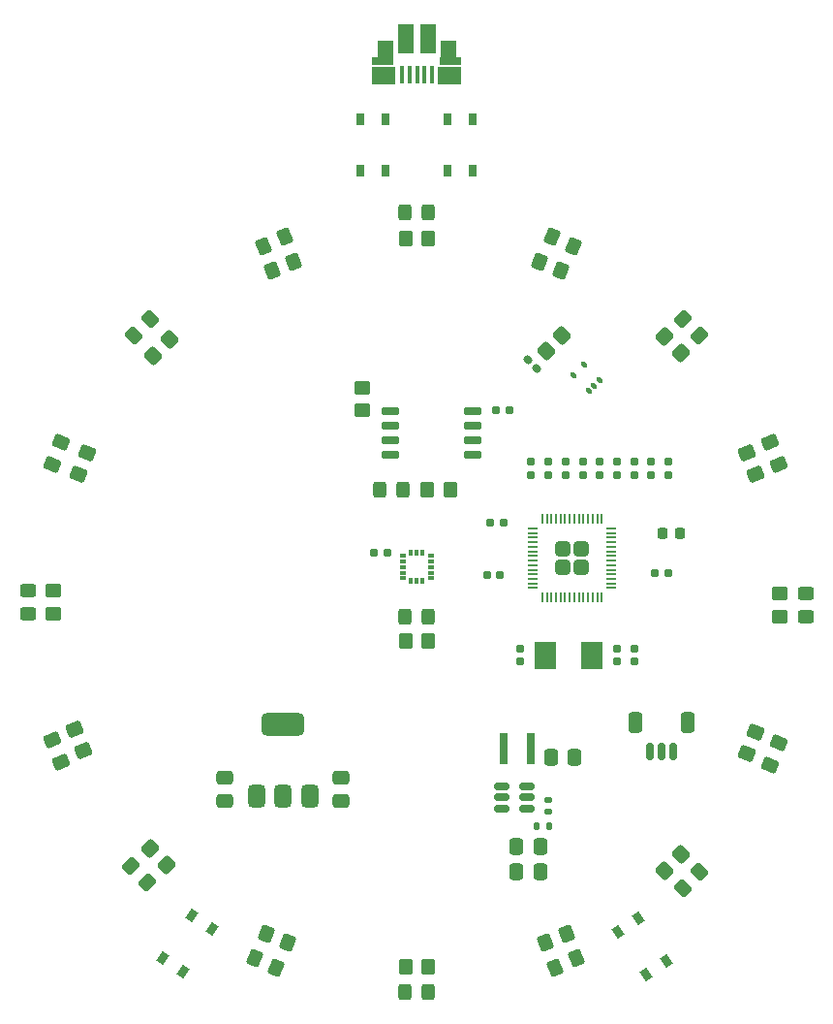
<source format=gbr>
%TF.GenerationSoftware,KiCad,Pcbnew,8.0.6*%
%TF.CreationDate,2024-11-26T17:38:28-05:00*%
%TF.ProjectId,Christmas Ornament 2024,43687269-7374-46d6-9173-204f726e616d,rev?*%
%TF.SameCoordinates,Original*%
%TF.FileFunction,Paste,Top*%
%TF.FilePolarity,Positive*%
%FSLAX46Y46*%
G04 Gerber Fmt 4.6, Leading zero omitted, Abs format (unit mm)*
G04 Created by KiCad (PCBNEW 8.0.6) date 2024-11-26 17:38:28*
%MOMM*%
%LPD*%
G01*
G04 APERTURE LIST*
G04 Aperture macros list*
%AMRoundRect*
0 Rectangle with rounded corners*
0 $1 Rounding radius*
0 $2 $3 $4 $5 $6 $7 $8 $9 X,Y pos of 4 corners*
0 Add a 4 corners polygon primitive as box body*
4,1,4,$2,$3,$4,$5,$6,$7,$8,$9,$2,$3,0*
0 Add four circle primitives for the rounded corners*
1,1,$1+$1,$2,$3*
1,1,$1+$1,$4,$5*
1,1,$1+$1,$6,$7*
1,1,$1+$1,$8,$9*
0 Add four rect primitives between the rounded corners*
20,1,$1+$1,$2,$3,$4,$5,0*
20,1,$1+$1,$4,$5,$6,$7,0*
20,1,$1+$1,$6,$7,$8,$9,0*
20,1,$1+$1,$8,$9,$2,$3,0*%
%AMRotRect*
0 Rectangle, with rotation*
0 The origin of the aperture is its center*
0 $1 length*
0 $2 width*
0 $3 Rotation angle, in degrees counterclockwise*
0 Add horizontal line*
21,1,$1,$2,0,0,$3*%
G04 Aperture macros list end*
%ADD10RoundRect,0.155000X-0.155000X0.212500X-0.155000X-0.212500X0.155000X-0.212500X0.155000X0.212500X0*%
%ADD11RoundRect,0.250000X0.088388X-0.548008X0.548008X-0.088388X-0.088388X0.548008X-0.548008X0.088388X0*%
%ADD12RoundRect,0.155000X0.155000X-0.212500X0.155000X0.212500X-0.155000X0.212500X-0.155000X-0.212500X0*%
%ADD13RoundRect,0.250000X0.548008X0.088388X0.088388X0.548008X-0.548008X-0.088388X-0.088388X-0.548008X0*%
%ADD14RoundRect,0.250000X0.450000X-0.350000X0.450000X0.350000X-0.450000X0.350000X-0.450000X-0.350000X0*%
%ADD15RoundRect,0.150000X-0.650000X-0.150000X0.650000X-0.150000X0.650000X0.150000X-0.650000X0.150000X0*%
%ADD16R,0.700000X1.000000*%
%ADD17RoundRect,0.135000X-0.185000X0.135000X-0.185000X-0.135000X0.185000X-0.135000X0.185000X0.135000X0*%
%ADD18RoundRect,0.150000X-0.150000X-0.625000X0.150000X-0.625000X0.150000X0.625000X-0.150000X0.625000X0*%
%ADD19RoundRect,0.250000X-0.350000X-0.650000X0.350000X-0.650000X0.350000X0.650000X-0.350000X0.650000X0*%
%ADD20RoundRect,0.250000X0.549685X-0.151150X0.281807X0.495565X-0.549685X0.151150X-0.281807X-0.495565X0*%
%ADD21RoundRect,0.155000X0.212500X0.155000X-0.212500X0.155000X-0.212500X-0.155000X0.212500X-0.155000X0*%
%ADD22RoundRect,0.135000X0.135000X0.185000X-0.135000X0.185000X-0.135000X-0.185000X0.135000X-0.185000X0*%
%ADD23RoundRect,0.155000X-0.212500X-0.155000X0.212500X-0.155000X0.212500X0.155000X-0.212500X0.155000X0*%
%ADD24RoundRect,0.250000X0.472468X0.291374X-0.128053X0.540118X-0.472468X-0.291374X0.128053X-0.540118X0*%
%ADD25RoundRect,0.100000X0.229810X-0.088388X-0.088388X0.229810X-0.229810X0.088388X0.088388X-0.229810X0*%
%ADD26RotRect,1.000000X0.700000X303.750000*%
%ADD27RoundRect,0.150000X-0.512500X-0.150000X0.512500X-0.150000X0.512500X0.150000X-0.512500X0.150000X0*%
%ADD28RoundRect,0.250000X0.540118X-0.128053X0.291374X0.472468X-0.540118X0.128053X-0.291374X-0.472468X0*%
%ADD29RoundRect,0.250000X0.475000X-0.337500X0.475000X0.337500X-0.475000X0.337500X-0.475000X-0.337500X0*%
%ADD30RoundRect,0.250000X-0.472468X-0.291374X0.128053X-0.540118X0.472468X0.291374X-0.128053X0.540118X0*%
%ADD31RoundRect,0.250000X-0.088388X0.548008X-0.548008X0.088388X0.088388X-0.548008X0.548008X-0.088388X0*%
%ADD32R,0.800000X2.700000*%
%ADD33RoundRect,0.250000X-0.337500X-0.475000X0.337500X-0.475000X0.337500X0.475000X-0.337500X0.475000X0*%
%ADD34RoundRect,0.250000X-0.325000X-0.450000X0.325000X-0.450000X0.325000X0.450000X-0.325000X0.450000X0*%
%ADD35RoundRect,0.250000X-0.565685X-0.070711X-0.070711X-0.565685X0.565685X0.070711X0.070711X0.565685X0*%
%ADD36RoundRect,0.250000X-0.281807X0.495565X-0.549685X-0.151150X0.281807X-0.495565X0.549685X0.151150X0*%
%ADD37RoundRect,0.250000X0.070711X-0.565685X0.565685X-0.070711X-0.070711X0.565685X-0.565685X0.070711X0*%
%ADD38RoundRect,0.160000X-0.160000X0.197500X-0.160000X-0.197500X0.160000X-0.197500X0.160000X0.197500X0*%
%ADD39RoundRect,0.249999X-0.395001X-0.395001X0.395001X-0.395001X0.395001X0.395001X-0.395001X0.395001X0*%
%ADD40RoundRect,0.050000X-0.387500X-0.050000X0.387500X-0.050000X0.387500X0.050000X-0.387500X0.050000X0*%
%ADD41RoundRect,0.050000X-0.050000X-0.387500X0.050000X-0.387500X0.050000X0.387500X-0.050000X0.387500X0*%
%ADD42RoundRect,0.250000X0.128053X0.540118X-0.472468X0.291374X-0.128053X-0.540118X0.472468X-0.291374X0*%
%ADD43RoundRect,0.250000X0.350000X0.450000X-0.350000X0.450000X-0.350000X-0.450000X0.350000X-0.450000X0*%
%ADD44RoundRect,0.250000X-0.128053X-0.540118X0.472468X-0.291374X0.128053X0.540118X-0.472468X0.291374X0*%
%ADD45RoundRect,0.250000X-0.548008X-0.088388X-0.088388X-0.548008X0.548008X0.088388X0.088388X0.548008X0*%
%ADD46RoundRect,0.087500X-0.187500X-0.087500X0.187500X-0.087500X0.187500X0.087500X-0.187500X0.087500X0*%
%ADD47RoundRect,0.087500X-0.087500X-0.187500X0.087500X-0.187500X0.087500X0.187500X-0.087500X0.187500X0*%
%ADD48RoundRect,0.250000X0.450000X-0.325000X0.450000X0.325000X-0.450000X0.325000X-0.450000X-0.325000X0*%
%ADD49R,1.900000X2.400000*%
%ADD50RoundRect,0.250000X-0.350000X-0.450000X0.350000X-0.450000X0.350000X0.450000X-0.350000X0.450000X0*%
%ADD51RoundRect,0.250000X-0.450000X0.325000X-0.450000X-0.325000X0.450000X-0.325000X0.450000X0.325000X0*%
%ADD52RoundRect,0.250000X0.281807X-0.495565X0.549685X0.151150X-0.281807X0.495565X-0.549685X-0.151150X0*%
%ADD53RoundRect,0.250000X-0.495565X-0.281807X0.151150X-0.549685X0.495565X0.281807X-0.151150X0.549685X0*%
%ADD54RoundRect,0.250000X-0.070711X0.565685X-0.565685X0.070711X0.070711X-0.565685X0.565685X-0.070711X0*%
%ADD55RoundRect,0.375000X0.375000X-0.625000X0.375000X0.625000X-0.375000X0.625000X-0.375000X-0.625000X0*%
%ADD56RoundRect,0.500000X1.400000X-0.500000X1.400000X0.500000X-1.400000X0.500000X-1.400000X-0.500000X0*%
%ADD57RoundRect,0.250000X0.291374X-0.472468X0.540118X0.128053X-0.291374X0.472468X-0.540118X-0.128053X0*%
%ADD58RoundRect,0.250000X-0.151150X-0.549685X0.495565X-0.281807X0.151150X0.549685X-0.495565X0.281807X0*%
%ADD59RoundRect,0.250000X-0.540118X0.128053X-0.291374X-0.472468X0.540118X-0.128053X0.291374X0.472468X0*%
%ADD60RoundRect,0.250000X0.565685X0.070711X0.070711X0.565685X-0.565685X-0.070711X-0.070711X-0.565685X0*%
%ADD61RoundRect,0.250000X0.325000X0.450000X-0.325000X0.450000X-0.325000X-0.450000X0.325000X-0.450000X0*%
%ADD62RoundRect,0.225000X-0.225000X-0.250000X0.225000X-0.250000X0.225000X0.250000X-0.225000X0.250000X0*%
%ADD63RoundRect,0.250000X-0.450000X0.350000X-0.450000X-0.350000X0.450000X-0.350000X0.450000X0.350000X0*%
%ADD64R,0.400000X1.650000*%
%ADD65R,1.825000X0.700000*%
%ADD66R,2.000000X1.500000*%
%ADD67R,1.350000X2.000000*%
%ADD68R,1.430000X2.500000*%
%ADD69RoundRect,0.250000X-0.291374X0.472468X-0.540118X-0.128053X0.291374X-0.472468X0.540118X0.128053X0*%
%ADD70RoundRect,0.155000X0.259862X-0.040659X-0.040659X0.259862X-0.259862X0.040659X0.040659X-0.259862X0*%
%ADD71RoundRect,0.250000X0.151150X0.549685X-0.495565X0.281807X-0.151150X-0.549685X0.495565X-0.281807X0*%
%ADD72RoundRect,0.250000X0.495565X0.281807X-0.151150X0.549685X-0.495565X-0.281807X0.151150X-0.549685X0*%
%ADD73RoundRect,0.250000X-0.549685X0.151150X-0.281807X-0.495565X0.549685X-0.151150X0.281807X0.495565X0*%
%ADD74RotRect,1.000000X0.700000X236.250000*%
G04 APERTURE END LIST*
D10*
%TO.C,C13*%
X144500000Y-105567500D03*
X144500000Y-106702500D03*
%TD*%
D11*
%TO.C,D3*%
X102275215Y-78224785D03*
X103724785Y-76775215D03*
%TD*%
D12*
%TO.C,C2*%
X144500000Y-90385000D03*
X144500000Y-89250000D03*
%TD*%
%TO.C,C10*%
X138500000Y-90385000D03*
X138500000Y-89250000D03*
%TD*%
D13*
%TO.C,D6*%
X103474785Y-125974785D03*
X102025215Y-124525215D03*
%TD*%
D14*
%TO.C,R11*%
X95250000Y-102500001D03*
X95250000Y-100499999D03*
%TD*%
D15*
%TO.C,U4*%
X124650000Y-84845000D03*
X124650000Y-86115000D03*
X124650000Y-87385000D03*
X124650000Y-88655000D03*
X131850000Y-88655000D03*
X131850000Y-87385000D03*
X131850000Y-86115000D03*
X131850000Y-84845000D03*
%TD*%
D16*
%TO.C,SW1*%
X129709999Y-63845001D03*
X129709999Y-59345001D03*
X131859999Y-63845001D03*
X131859999Y-59345001D03*
%TD*%
D17*
%TO.C,R3*%
X138520000Y-118790000D03*
X138520000Y-119810000D03*
%TD*%
D18*
%TO.C,J2*%
X147400000Y-114525000D03*
X148400000Y-114525000D03*
X149400000Y-114525000D03*
D19*
X146100000Y-112000000D03*
X150700000Y-112000000D03*
%TD*%
D20*
%TO.C,R13*%
X97882684Y-114423880D03*
X97117316Y-112576120D03*
%TD*%
D21*
%TO.C,C19*%
X124392500Y-97155000D03*
X123257500Y-97155000D03*
%TD*%
D22*
%TO.C,R4*%
X138530000Y-121050000D03*
X137510000Y-121050000D03*
%TD*%
D21*
%TO.C,C9*%
X134567500Y-94567500D03*
X133432500Y-94567500D03*
%TD*%
D23*
%TO.C,C6*%
X147832500Y-99000000D03*
X148967500Y-99000000D03*
%TD*%
D24*
%TO.C,D8*%
X114696977Y-133392251D03*
X112803023Y-132607749D03*
%TD*%
D25*
%TO.C,U6*%
X142042681Y-83041523D03*
X142502298Y-82581903D03*
X142961919Y-82122284D03*
X141618415Y-80778781D03*
X140699177Y-81698020D03*
%TD*%
D26*
%TO.C,SW4*%
X146349583Y-129090066D03*
X148849649Y-132831679D03*
X144561923Y-130284542D03*
X147061990Y-134026156D03*
%TD*%
D27*
%TO.C,U5*%
X134382500Y-117600000D03*
X134382500Y-118550000D03*
X134382500Y-119500000D03*
X136657500Y-119500000D03*
X136657500Y-118550000D03*
X136657500Y-117600000D03*
%TD*%
D28*
%TO.C,D7*%
X95892251Y-115446977D03*
X95107749Y-113553023D03*
%TD*%
D29*
%TO.C,C18*%
X120396000Y-118893500D03*
X120396000Y-116818500D03*
%TD*%
D30*
%TO.C,D16*%
X138803023Y-69607749D03*
X140696977Y-70392251D03*
%TD*%
D31*
%TO.C,D10*%
X151724785Y-125025215D03*
X150275215Y-126474785D03*
%TD*%
D32*
%TO.C,L1*%
X136920000Y-114300000D03*
X134620000Y-114300000D03*
%TD*%
D12*
%TO.C,C12*%
X149000000Y-90385000D03*
X149000000Y-89250000D03*
%TD*%
D33*
%TO.C,C17*%
X135695000Y-125050000D03*
X137770000Y-125050000D03*
%TD*%
D34*
%TO.C,D17*%
X125975000Y-102800000D03*
X128025000Y-102800000D03*
%TD*%
D35*
%TO.C,R18*%
X148644893Y-78286893D03*
X150059107Y-79701107D03*
%TD*%
D36*
%TO.C,R20*%
X156592684Y-112868120D03*
X155827316Y-114715880D03*
%TD*%
D37*
%TO.C,R8*%
X138292892Y-79607107D03*
X139707108Y-78192893D03*
%TD*%
D38*
%TO.C,R2*%
X143000000Y-89220000D03*
X143000000Y-90415000D03*
%TD*%
D39*
%TO.C,U1*%
X139762500Y-96867500D03*
X139762500Y-98467500D03*
X141362500Y-96867500D03*
X141362500Y-98467500D03*
D40*
X137125000Y-95067500D03*
X137125000Y-95467500D03*
X137125000Y-95867500D03*
X137125000Y-96267500D03*
X137125000Y-96667500D03*
X137125000Y-97067500D03*
X137125000Y-97467500D03*
X137125000Y-97867500D03*
X137125000Y-98267500D03*
X137125000Y-98667500D03*
X137125000Y-99067500D03*
X137125000Y-99467500D03*
X137125000Y-99867500D03*
X137125000Y-100267500D03*
D41*
X137962500Y-101105000D03*
X138362500Y-101105000D03*
X138762500Y-101105000D03*
X139162500Y-101105000D03*
X139562500Y-101105000D03*
X139962500Y-101105000D03*
X140362500Y-101105000D03*
X140762500Y-101105000D03*
X141162500Y-101105000D03*
X141562500Y-101105000D03*
X141962500Y-101105000D03*
X142362500Y-101105000D03*
X142762500Y-101105000D03*
X143162500Y-101105000D03*
D40*
X144000000Y-100267500D03*
X144000000Y-99867500D03*
X144000000Y-99467500D03*
X144000000Y-99067500D03*
X144000000Y-98667500D03*
X144000000Y-98267500D03*
X144000000Y-97867500D03*
X144000000Y-97467500D03*
X144000000Y-97067500D03*
X144000000Y-96667500D03*
X144000000Y-96267500D03*
X144000000Y-95867500D03*
X144000000Y-95467500D03*
X144000000Y-95067500D03*
D41*
X143162500Y-94230000D03*
X142762500Y-94230000D03*
X142362500Y-94230000D03*
X141962500Y-94230000D03*
X141562500Y-94230000D03*
X141162500Y-94230000D03*
X140762500Y-94230000D03*
X140362500Y-94230000D03*
X139962500Y-94230000D03*
X139562500Y-94230000D03*
X139162500Y-94230000D03*
X138762500Y-94230000D03*
X138362500Y-94230000D03*
X137962500Y-94230000D03*
%TD*%
D42*
%TO.C,D13*%
X140946977Y-132607749D03*
X139053023Y-133392251D03*
%TD*%
D43*
%TO.C,R23*%
X128000000Y-104902001D03*
X126000000Y-104902001D03*
%TD*%
%TO.C,R24*%
X129900000Y-91700000D03*
X127900000Y-91700000D03*
%TD*%
D44*
%TO.C,D2*%
X113553023Y-70392251D03*
X115446977Y-69607749D03*
%TD*%
D38*
%TO.C,R1*%
X141500000Y-89220000D03*
X141500000Y-90415000D03*
%TD*%
D45*
%TO.C,D12*%
X150275215Y-76775215D03*
X151724785Y-78224785D03*
%TD*%
D46*
%TO.C,U2*%
X125775000Y-97425000D03*
X125775000Y-97925000D03*
X125775000Y-98425000D03*
X125775000Y-98925000D03*
X125775000Y-99425000D03*
D47*
X126500000Y-99650000D03*
X127000000Y-99650000D03*
X127500000Y-99650000D03*
D46*
X128225000Y-99425000D03*
X128225000Y-98925000D03*
X128225000Y-98425000D03*
X128225000Y-97925000D03*
X128225000Y-97425000D03*
D47*
X127500000Y-97200000D03*
X127000000Y-97200000D03*
X126500000Y-97200000D03*
%TD*%
D48*
%TO.C,D5*%
X93000000Y-102525001D03*
X93000000Y-100474999D03*
%TD*%
D34*
%TO.C,D1*%
X125975000Y-67500000D03*
X128025000Y-67500000D03*
%TD*%
D23*
%TO.C,C20*%
X133932500Y-84750000D03*
X135067500Y-84750000D03*
%TD*%
D10*
%TO.C,C14*%
X136000000Y-105567500D03*
X136000000Y-106702500D03*
%TD*%
D49*
%TO.C,Y1*%
X142300000Y-106135000D03*
X138200000Y-106135000D03*
%TD*%
D21*
%TO.C,C8*%
X134267500Y-99100000D03*
X133132500Y-99100000D03*
%TD*%
D50*
%TO.C,R5*%
X125999999Y-69750000D03*
X128000001Y-69750000D03*
%TD*%
D14*
%TO.C,R6*%
X122250000Y-84750000D03*
X122250000Y-82750000D03*
%TD*%
D34*
%TO.C,D18*%
X123775000Y-91700000D03*
X125825000Y-91700000D03*
%TD*%
D51*
%TO.C,D11*%
X161000000Y-100724999D03*
X161000000Y-102775001D03*
%TD*%
D33*
%TO.C,C16*%
X135695000Y-122800000D03*
X137770000Y-122800000D03*
%TD*%
D52*
%TO.C,R10*%
X97407316Y-90331880D03*
X98172684Y-88484120D03*
%TD*%
D43*
%TO.C,R15*%
X128000001Y-133350000D03*
X125999999Y-133350000D03*
%TD*%
D29*
%TO.C,C3*%
X110236000Y-118893500D03*
X110236000Y-116818500D03*
%TD*%
D53*
%TO.C,R22*%
X137760120Y-71753317D03*
X139607880Y-72518683D03*
%TD*%
D54*
%TO.C,R16*%
X150059107Y-123498893D03*
X148644893Y-124913107D03*
%TD*%
D55*
%TO.C,U3*%
X113016000Y-118466000D03*
X115316000Y-118466001D03*
D56*
X115316000Y-112165999D03*
D55*
X117616000Y-118466001D03*
%TD*%
D57*
%TO.C,D4*%
X95107749Y-89446977D03*
X95892251Y-87553023D03*
%TD*%
D37*
%TO.C,R9*%
X103940893Y-79955107D03*
X105355107Y-78540893D03*
%TD*%
D58*
%TO.C,R7*%
X114392120Y-72518683D03*
X116239880Y-71753317D03*
%TD*%
D12*
%TO.C,C4*%
X146000000Y-90385000D03*
X146000000Y-89250000D03*
%TD*%
D59*
%TO.C,D15*%
X157857749Y-87553023D03*
X158642251Y-89446977D03*
%TD*%
D12*
%TO.C,C1*%
X140000000Y-90385000D03*
X140000000Y-89250000D03*
%TD*%
D33*
%TO.C,C15*%
X138732500Y-115050000D03*
X140807500Y-115050000D03*
%TD*%
D60*
%TO.C,R12*%
X105101107Y-124405107D03*
X103686893Y-122990893D03*
%TD*%
D61*
%TO.C,D9*%
X128025001Y-135500000D03*
X125974999Y-135500000D03*
%TD*%
D62*
%TO.C,C21*%
X148475000Y-95500000D03*
X150025000Y-95500000D03*
%TD*%
D63*
%TO.C,R17*%
X158750000Y-100749999D03*
X158750000Y-102750001D03*
%TD*%
D64*
%TO.C,J1*%
X128325000Y-55440000D03*
X127675000Y-55440000D03*
X127025000Y-55439999D03*
X126374999Y-55440001D03*
X125725000Y-55440000D03*
D65*
X129975000Y-54240000D03*
D66*
X129874999Y-55539999D03*
D67*
X129754999Y-53490000D03*
D68*
X127985000Y-52290000D03*
X126065000Y-52290000D03*
D67*
X124275000Y-53490000D03*
D66*
X124125000Y-55560000D03*
D65*
X124025000Y-54240000D03*
%TD*%
D12*
%TO.C,C5*%
X147500000Y-90385000D03*
X147500000Y-89250000D03*
%TD*%
D10*
%TO.C,C7*%
X146000000Y-105567500D03*
X146000000Y-106702500D03*
%TD*%
D69*
%TO.C,D14*%
X158642251Y-113803023D03*
X157857749Y-115696977D03*
%TD*%
D70*
%TO.C,C22*%
X137501283Y-81101283D03*
X136698717Y-80298717D03*
%TD*%
D16*
%TO.C,SW2*%
X122089999Y-63845001D03*
X122089999Y-59345001D03*
X124239999Y-63845001D03*
X124239999Y-59345001D03*
%TD*%
D71*
%TO.C,R19*%
X140115880Y-130427316D03*
X138268120Y-131192684D03*
%TD*%
D12*
%TO.C,C11*%
X137000000Y-90385000D03*
X137000000Y-89250000D03*
%TD*%
D72*
%TO.C,R14*%
X115673880Y-131192684D03*
X113826120Y-130427316D03*
%TD*%
D73*
%TO.C,R21*%
X155827316Y-88484120D03*
X156592684Y-90331880D03*
%TD*%
D74*
%TO.C,SW3*%
X109098650Y-130058319D03*
X106598584Y-133799932D03*
X107310990Y-128863843D03*
X104810923Y-132605458D03*
%TD*%
M02*

</source>
